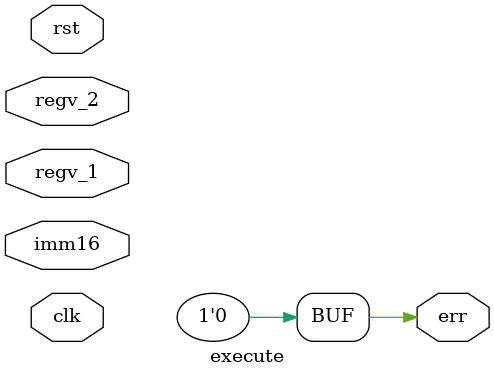
<source format=v>
module execute (
    input  wire clk,
    input  wire rst,
    output wire err,

    input  wire [15:0] regv_1,
    input  wire [15:0] regv_2,
    input  wire [15:0] imm16
);

    wire alu_zero, alu_ovf, alu_carry;
    alu alu(
        .op      (alu_op),
        .A       (alu_A),
        .B       (alu_B),
        .out     (alu_out),
        .zero    (alu_zero),
        .ovf     (alu_ovf),
        .carryout(alu_carry)
    );


    assign err = 1'b0;
endmodule
</source>
